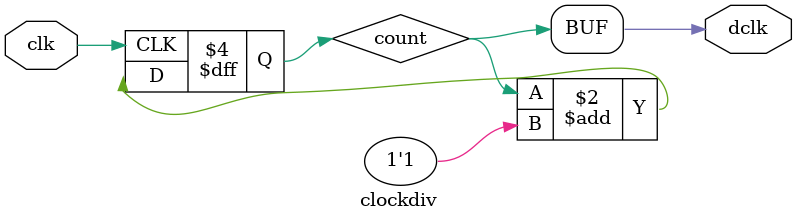
<source format=v>
`timescale 1ns / 1ps
module clockdiv(
	input wire clk,		//master clock 100MHz
	output wire dclk		//pixel clock 50MHz
	);

//-- Numero de bits del prescaler (por defecto)
parameter N = 1;// Prescaler de 1 bit para dividir entre 2

//-- Registro para implementar contador de N bits
reg [N-1:0] count = 0;

//-- El bit más significativo se saca por la salida
assign dclk = count[N-1];

//-- Contador se incrementa en flanco de subida
always @(posedge clk) begin
  count = count + 1'b1;
end

endmodule

</source>
